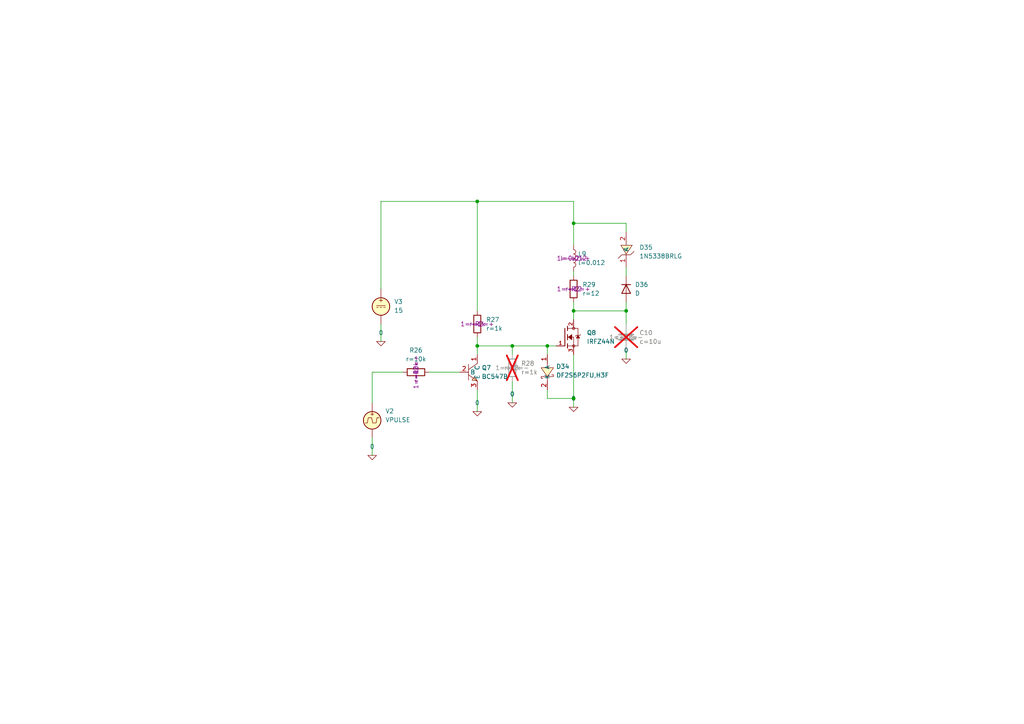
<source format=kicad_sch>
(kicad_sch (version 20250114) (generator "eeschema") (generator_version "9.0")
  (paper "A4")
  (lib_symbols
    (symbol "Device:C" (pin_numbers (hide yes)) (pin_names (offset 0.254))
      (property "Reference" "C" (at 0.635 2.54 0))
      (property "Value" "C" (at 0.635 -2.54 0))
      (symbol "C_0_1"
        (polyline (pts (xy -2.032 0.762) (xy 2.032 0.762)) (stroke (width 0.508)))
        (polyline (pts (xy -2.032 -0.762) (xy 2.032 -0.762)) (stroke (width 0.508)))
      )
      (symbol "C_1_1"
        (pin passive line (at 0 3.81 270) (length 2.794) (name "~") (number "1"))
        (pin passive line (at 0 -3.81 90) (length 2.794) (name "~") (number "2"))
      )
    )
    (symbol "Device:D" (pin_numbers (hide yes)) (pin_names (offset 1.016) (hide yes))
      (property "Reference" "D" (at 0 2.54 0))
      (property "Value" "D" (at 0 -2.54 0))
      (symbol "D_0_1"
        (polyline (pts (xy -1.27 1.27) (xy -1.27 -1.27)) (stroke (width 0.254)))
        (polyline (pts (xy 1.27 1.27) (xy 1.27 -1.27) (xy -1.27 0) (xy 1.27 1.27)) (stroke (width 0.254)))
        (polyline (pts (xy 1.27 0) (xy -1.27 0)))
      )
      (symbol "D_1_1"
        (pin passive line (at -3.81 0 0) (length 2.54) (name "K") (number "1"))
        (pin passive line (at 3.81 0 180) (length 2.54) (name "A") (number "2"))
      )
    )
    (symbol "Device:L" (pin_numbers (hide yes)) (pin_names (offset 1.016) (hide yes))
      (property "Reference" "L" (at -1.27 0 90))
      (property "Value" "L" (at 1.905 0 90))
      (symbol "L_0_1"
        (arc (start 0 2.54) (mid 0.6323 1.905) (end 0 1.27))
        (arc (start 0 1.27) (mid 0.6323 0.635) (end 0 0))
        (arc (start 0 0) (mid 0.6323 -0.635) (end 0 -1.27))
        (arc (start 0 -1.27) (mid 0.6323 -1.905) (end 0 -2.54))
      )
      (symbol "L_1_1"
        (pin passive line (at 0 3.81 270) (length 1.27) (name "1") (number "1"))
        (pin passive line (at 0 -3.81 90) (length 1.27) (name "2") (number "2"))
      )
    )
    (symbol "Device:R" (pin_numbers (hide yes)) (pin_names (offset 0))
      (property "Reference" "R" (at 2.032 0 90))
      (property "Value" "R" (at 0 0 90))
      (symbol "R_0_1"
        (rectangle (start -1.016 -2.54) (end 1.016 2.54) (stroke (width 0.254)))
      )
      (symbol "R_1_1"
        (pin passive line (at 0 3.81 270) (length 1.27) (name "~") (number "1"))
        (pin passive line (at 0 -3.81 90) (length 1.27) (name "~") (number "2"))
      )
    )
    (symbol "EasyEDA:1N5338BRLG"
      (property "Reference" "D" (at 0 5.08 0))
      (property "Value" "1N5338BRLG" (at 0 -5.08 0))
      (symbol "1N5338BRLG_0_1"
        (polyline (pts (xy -2.54 2.29) (xy -1.52 1.27) (xy -1.52 -1.27) (xy -0.51 -2.29)))
        (polyline (pts (xy 1.27 1.52) (xy -1.27 0) (xy 1.27 -1.78) (xy 1.27 1.52)) (fill (type background)))
        (pin unspecified line (at -5.08 0 0) (length 3.81) (name "K") (number "1"))
        (pin unspecified line (at 5.08 0 180) (length 3.81) (name "A") (number "2"))
      )
    )
    (symbol "EasyEDA:BC547B"
      (property "Reference" "Q" (at 0 10.16 0))
      (property "Value" "BC547B" (at 0 -10.16 0))
      (symbol "BC547B_0_1"
        (polyline (pts (xy -2.54 2.29) (xy -2.54 -2.29)))
        (polyline (pts (xy -2.54 -0.76) (xy 0 -2.54)))
        (polyline (pts (xy 0 2.54) (xy -2.54 0.76)))
        (polyline (pts (xy 0 -2.54) (xy -0.76 -1.27) (xy -1.52 -2.29) (xy 0 -2.54)) (fill (type background)))
        (pin input line (at -5.08 0 0) (length 2.54) (name "B") (number "2"))
        (pin input line (at 0 5.08 270) (length 2.54) (name "C") (number "1"))
        (pin input line (at 0 -5.08 90) (length 2.54) (name "E") (number "3"))
      )
    )
    (symbol "EasyEDA:DF2S6P2FU,H3F"
      (property "Reference" "D" (at 0 5.08 0))
      (property "Value" "DF2S6P2FU,H3F" (at 0 -5.08 0))
      (symbol "DF2S6P2FU,H3F_0_1"
        (polyline (pts (xy -1.78 1.27) (xy -1.78 1.78) (xy -1.27 1.78) (xy -1.27 -1.78) (xy -0.76 -1.78) (xy -0.76 -1.27)))
        (polyline (pts (xy -1.27 0) (xy -2.54 0)))
        (polyline (pts (xy 1.27 1.78) (xy -1.27 0) (xy 1.27 -1.78) (xy 1.27 1.78)) (fill (type background)))
        (polyline (pts (xy 2.54 0) (xy 1.27 0)))
        (pin unspecified line (at -5.08 0 0) (length 2.54) (name "K") (number "2"))
        (pin unspecified line (at 5.08 0 180) (length 2.54) (name "A") (number "1"))
      )
    )
    (symbol "Simulation_SPICE:0" (power) (pin_numbers (hide yes)) (pin_names (offset 0) (hide yes))
      (property "Value" "0" (at 0 -2.54 0))
      (symbol "0_0_1"
        (polyline (pts (xy -1.27 0) (xy 0 -1.27) (xy 1.27 0) (xy -1.27 0)))
      )
      (symbol "0_1_1"
        (pin power_in line (at 0 0 0) (length 0) (name "~") (number "1"))
      )
    )
    (symbol "Simulation_SPICE:VDC" (pin_numbers (hide yes)) (pin_names (offset 0.0254))
      (property "Reference" "V" (at 2.54 2.54 0))
      (property "Value" "1" (at 2.54 0 0))
      (symbol "VDC_0_0"
        (polyline (pts (xy -1.27 0.254) (xy 1.27 0.254)))
        (polyline (pts (xy -0.762 -0.254) (xy -1.27 -0.254)))
        (polyline (pts (xy 0.254 -0.254) (xy -0.254 -0.254)))
        (polyline (pts (xy 1.27 -0.254) (xy 0.762 -0.254)))
        (text "+" (at 0 1.905 0) (effects (font (size 1.27 1.27))))
      )
      (symbol "VDC_0_1"
        (circle (center 0 0) (radius 2.54) (stroke (width 0.254)) (fill (type background)))
      )
      (symbol "VDC_1_1"
        (pin passive line (at 0 5.08 270) (length 2.54) (name "~") (number "1"))
        (pin passive line (at 0 -5.08 90) (length 2.54) (name "~") (number "2"))
      )
    )
    (symbol "Simulation_SPICE:VPULSE" (pin_numbers (hide yes)) (pin_names (offset 0.0254))
      (property "Reference" "V" (at 2.54 2.54 0))
      (property "Value" "VPULSE" (at 2.54 0 0))
      (property "Sim.Params" "y1=0 y2=1 td=2n tr=2n tf=2n tw=50n per=100n" (at 2.54 -2.54 0))
      (symbol "VPULSE_0_0"
        (polyline (pts (xy -2.032 -0.762) (xy -1.397 -0.762) (xy -1.143 0.762) (xy -0.127 0.762) (xy 0.127 -0.762) (xy 1.143 -0.762) (xy 1.397 0.762) (xy 2.032 0.762)))
        (text "+" (at 0 1.905 0) (effects (font (size 1.27 1.27))))
      )
      (symbol "VPULSE_0_1"
        (circle (center 0 0) (radius 2.54) (stroke (width 0.254)) (fill (type background)))
      )
      (symbol "VPULSE_1_1"
        (pin passive line (at 0 5.08 270) (length 2.54) (name "~") (number "1"))
        (pin passive line (at 0 -5.08 90) (length 2.54) (name "~") (number "2"))
      )
    )
    (symbol "ba_thesis:IRFZ44N" (pin_names (offset 1.016))
      (property "Reference" "Q" (at -8.89 2.54 0))
      (property "Value" "IRFZ44N" (at -8.89 -7.62 0))
      (symbol "IRFZ44N_0_0"
        (polyline (pts (xy 0 2.54) (xy 0 -2.54)) (stroke (width 0.254)))
        (polyline (pts (xy 0.762 3.175) (xy 0.762 2.54)) (stroke (width 0.254)))
        (polyline (pts (xy 0.762 2.54) (xy 0.762 1.905)) (stroke (width 0.254)))
        (polyline (pts (xy 0.762 2.54) (xy 3.81 2.54)) (stroke (width 0.1524)))
        (polyline (pts (xy 0.762 0.762) (xy 0.762 0)) (stroke (width 0.254)))
        (polyline (pts (xy 0.762 0) (xy 0.762 -0.762)) (stroke (width 0.254)))
        (polyline (pts (xy 0.762 0) (xy 2.54 0)) (stroke (width 0.1524)))
        (polyline (pts (xy 0.762 -1.905) (xy 0.762 -2.54)) (stroke (width 0.254)))
        (polyline (pts (xy 0.762 -2.54) (xy 0.762 -3.175)) (stroke (width 0.254)))
        (polyline (pts (xy 1.016 0) (xy 2.032 0.762) (xy 2.032 -0.762) (xy 1.016 0)) (stroke (width 0.1524)) (fill (type outline)))
        (circle (center 2.54 2.54) (radius 0.3592))
        (polyline (pts (xy 2.54 0) (xy 2.54 -2.54)) (stroke (width 0.1524)))
        (polyline (pts (xy 2.54 -2.54) (xy 0.762 -2.54)) (stroke (width 0.1524)))
        (polyline (pts (xy 2.54 -2.54) (xy 3.81 -2.54)) (stroke (width 0.1524)))
        (circle (center 2.54 -2.54) (radius 0.3592))
        (polyline (pts (xy 3.302 0.508) (xy 3.048 0.254)) (stroke (width 0.1524)))
        (polyline (pts (xy 3.81 2.54) (xy 3.81 0.508)) (stroke (width 0.1524)))
        (polyline (pts (xy 3.81 0.508) (xy 3.302 0.508)) (stroke (width 0.1524)))
        (polyline (pts (xy 3.81 0.508) (xy 3.81 -2.54)) (stroke (width 0.1524)))
        (polyline (pts (xy 3.81 0.508) (xy 3.302 -0.254) (xy 4.318 -0.254) (xy 3.81 0.508)) (stroke (width 0.1524)) (fill (type outline)))
        (polyline (pts (xy 4.318 0.508) (xy 3.81 0.508)) (stroke (width 0.1524)))
        (polyline (pts (xy 4.572 0.762) (xy 4.318 0.508)) (stroke (width 0.1524)))
        (pin passive line (at -2.54 -2.54 0) (length 2.54) (name "~") (number "1"))
        (pin passive line (at 2.54 5.08 270) (length 2.54) (name "~") (number "2"))
        (pin passive line (at 2.54 -5.08 90) (length 2.54) (name "~") (number "3"))
      )
    )
  )
  (junction (at 181.61 90.17))
  (junction (at 148.59 100.33))
  (junction (at 166.37 90.17))
  (junction (at 166.37 115.57))
  (junction (at 158.75 100.33))
  (junction (at 138.43 100.33))
  (junction (at 166.37 64.77))
  (junction (at 138.43 58.42))
  (wire (pts (xy 166.37 90.17) (xy 166.37 92.71)))
  (wire (pts (xy 166.37 90.17) (xy 181.61 90.17)))
  (wire (pts (xy 138.43 100.33) (xy 148.59 100.33)))
  (wire (pts (xy 138.43 113.03) (xy 138.43 119.38)))
  (wire (pts (xy 158.75 100.33) (xy 161.29 100.33)))
  (wire (pts (xy 138.43 58.42) (xy 138.43 90.17)))
  (wire (pts (xy 148.59 110.49) (xy 148.59 116.84)))
  (wire (pts (xy 148.59 100.33) (xy 158.75 100.33)))
  (wire (pts (xy 138.43 58.42) (xy 166.37 58.42)))
  (wire (pts (xy 181.61 77.47) (xy 181.61 80.01)))
  (wire (pts (xy 110.49 58.42) (xy 138.43 58.42)))
  (wire (pts (xy 181.61 87.63) (xy 181.61 90.17)))
  (wire (pts (xy 158.75 100.33) (xy 158.75 102.87)))
  (wire (pts (xy 107.95 127) (xy 107.95 132.08)))
  (wire (pts (xy 181.61 64.77) (xy 181.61 67.31)))
  (wire (pts (xy 110.49 58.42) (xy 110.49 83.82)))
  (wire (pts (xy 138.43 97.79) (xy 138.43 100.33)))
  (wire (pts (xy 107.95 116.84) (xy 107.95 107.95)))
  (wire (pts (xy 181.61 101.6) (xy 181.61 104.14)))
  (wire (pts (xy 158.75 115.57) (xy 166.37 115.57)))
  (wire (pts (xy 138.43 100.33) (xy 138.43 102.87)))
  (wire (pts (xy 148.59 100.33) (xy 148.59 102.87)))
  (wire (pts (xy 124.46 107.95) (xy 133.35 107.95)))
  (wire (pts (xy 107.95 107.95) (xy 116.84 107.95)))
  (wire (pts (xy 166.37 87.63) (xy 166.37 90.17)))
  (wire (pts (xy 166.37 78.74) (xy 166.37 80.01)))
  (wire (pts (xy 181.61 64.77) (xy 166.37 64.77)))
  (wire (pts (xy 166.37 115.57) (xy 166.37 118.11)))
  (wire (pts (xy 166.37 64.77) (xy 166.37 71.12)))
  (wire (pts (xy 158.75 113.03) (xy 158.75 115.57)))
  (wire (pts (xy 166.37 58.42) (xy 166.37 64.77)))
  (wire (pts (xy 181.61 90.17) (xy 181.61 93.98)))
  (wire (pts (xy 110.49 93.98) (xy 110.49 99.06)))
  (wire (pts (xy 166.37 102.87) (xy 166.37 115.57)))
  (symbol (lib_id "Device:D") (at 181.61 83.82 270) (unit 1)
    (property "Reference" "D36" (at 184.15 82.5499 90) (effects (justify left)))
    (property "Value" "D" (at 184.15 85.0899 90) (effects (justify left)))
    (property "Description" "Diode" (effects (hide yes)))
    (property "Sim.Device" "D" (effects (hide yes)))
    (property "Sim.Pins" "1=K 2=A" (effects (hide yes)))
  )
  (symbol (lib_id "Device:L") (at 166.37 74.93 0) (unit 1)
    (property "Reference" "L9" (at 167.64 73.6599 0) (effects (justify left)))
    (property "Value" "${SIM.PARAMS}" (at 167.64 76.1999 0) (effects (justify left)))
    (property "Description" "Inductor" (effects (hide yes)))
    (property "Sim.Device" "L" (at 166.37 74.93 0))
    (property "Sim.Type" "=" (at 166.37 74.93 0))
    (property "Sim.Params" "l=0.012" (at 166.37 74.93 0))
    (property "Sim.Pins" "1=- 2=+" (at 166.37 74.93 0))
  )
  (symbol (lib_id "Simulation_SPICE:VPULSE") (at 107.95 121.92 0) (unit 1)
    (property "Reference" "V2" (at 111.76 119.2501 0) (effects (justify left)))
    (property "Value" "VPULSE" (at 111.76 121.7901 0) (effects (justify left)))
    (property "Datasheet" "https://ngspice.sourceforge.io/docs/ngspice-html-manual/manual.xhtml#sec_Independent_Sources_for" (effects (hide yes)))
    (property "Description" "Voltage source, pulse" (effects (hide yes)))
    (property "Sim.Pins" "1=+ 2=-" (effects (hide yes)))
    (property "Sim.Type" "PULSE" (effects (hide yes)))
    (property "Sim.Device" "V" (effects (hide yes)))
    (property "Sim.Params" "y1=0 y2=3.3 td=5m tr=2n tf=2n tw=10m per=20m np=4" (effects (hide yes)))
  )
  (symbol (lib_id "Simulation_SPICE:0") (at 107.95 132.08 0) (unit 1)
    (property "Reference" "#GND03" (effects (hide yes)))
    (property "Value" "0" (at 107.95 129.54 0))
    (property "Datasheet" "https://ngspice.sourceforge.io/docs/ngspice-html-manual/manual.xhtml#subsec_Circuit_elements__device" (effects (hide yes)))
    (property "Description" "0V reference potential for simulation" (effects (hide yes)))
  )
  (symbol (lib_id "Simulation_SPICE:0") (at 138.43 119.38 0) (unit 1)
    (property "Reference" "#GND05" (effects (hide yes)))
    (property "Value" "0" (at 138.43 116.84 0))
    (property "Datasheet" "https://ngspice.sourceforge.io/docs/ngspice-html-manual/manual.xhtml#subsec_Circuit_elements__device" (effects (hide yes)))
    (property "Description" "0V reference potential for simulation" (effects (hide yes)))
  )
  (symbol (lib_id "EasyEDA:BC547B") (at 138.43 107.95 0) (unit 1)
    (property "Reference" "Q7" (at 139.7 106.6799 0) (effects (justify left)))
    (property "Value" "BC547B" (at 139.7 109.2199 0) (effects (justify left)))
    (property "Footprint" "EasyEDA:TO-92-3_L4.9-W3.7-P1.27-L" (effects (hide yes)))
    (property "Datasheet" "https://lcsc.com/product-detail/Transistors-NPN-PNP_LGE-BC547B_C713613.html" (effects (hide yes)))
    (property "LCSC Part" "C713613" (effects (hide yes)))
    (property "Sim.Library" "sim_lib\\BC547B.LIB" (effects (hide yes)))
    (property "Sim.Name" "Qbc547b" (effects (hide yes)))
    (property "Sim.Device" "NPN" (effects (hide yes)))
    (property "Sim.Type" "GUMMELPOON" (effects (hide yes)))
    (property "Sim.Pins" "1=C 2=B 3=E" (effects (hide yes)))
  )
  (symbol (lib_id "Device:R") (at 120.65 107.95 90) (unit 1)
    (property "Reference" "R26" (at 120.65 101.6 90))
    (property "Value" "${SIM.PARAMS}" (at 120.65 104.14 90))
    (property "Description" "Resistor" (effects (hide yes)))
    (property "Sim.Device" "R" (at 120.65 107.95 0))
    (property "Sim.Type" "=" (at 120.65 107.95 0))
    (property "Sim.Params" "r=10k" (at 120.65 107.95 0))
    (property "Sim.Pins" "1=- 2=+" (at 120.65 107.95 0))
  )
  (symbol (lib_id "EasyEDA:1N5338BRLG") (at 181.61 72.39 90) (unit 1)
    (property "Reference" "D35" (at 185.42 71.7549 90) (effects (justify right)))
    (property "Value" "1N5338BRLG" (at 185.42 74.2949 90) (effects (justify right)))
    (property "Footprint" "EasyEDA:DO-27_BD5.2-L8.9-P12.90-D1.5-RD" (effects (hide yes)))
    (property "Datasheet" "https://lcsc.com/product-detail/Zener-Diodes_ON_1N5338B_1N5338B_C5307.html" (effects (hide yes)))
    (property "LCSC Part" "C5307" (effects (hide yes)))
    (property "Sim.Library" "sim_lib\\1n5913.lib" (effects (hide yes)))
    (property "Sim.Name" "d1n5913brl" (effects (hide yes)))
    (property "Sim.Device" "SUBCKT" (effects (hide yes)))
    (property "Sim.Pins" "1=2 2=1" (effects (hide yes)))
  )
  (symbol (lib_id "Simulation_SPICE:0") (at 148.59 116.84 0) (unit 1)
    (property "Reference" "#GND06" (effects (hide yes)))
    (property "Value" "0" (at 148.59 114.3 0))
    (property "Datasheet" "https://ngspice.sourceforge.io/docs/ngspice-html-manual/manual.xhtml#subsec_Circuit_elements__device" (effects (hide yes)))
    (property "Description" "0V reference potential for simulation" (effects (hide yes)))
  )
  (symbol (lib_id "Simulation_SPICE:0") (at 110.49 99.06 0) (unit 1)
    (property "Reference" "#GND04" (effects (hide yes)))
    (property "Value" "0" (at 110.49 96.52 0))
    (property "Datasheet" "https://ngspice.sourceforge.io/docs/ngspice-html-manual/manual.xhtml#subsec_Circuit_elements__device" (effects (hide yes)))
    (property "Description" "0V reference potential for simulation" (effects (hide yes)))
  )
  (symbol (lib_id "Device:R") (at 166.37 83.82 0) (unit 1)
    (property "Reference" "R29" (at 168.91 82.5499 0) (effects (justify left)))
    (property "Value" "${SIM.PARAMS}" (at 168.91 85.0899 0) (effects (justify left)))
    (property "Description" "Resistor" (effects (hide yes)))
    (property "Sim.Device" "R" (at 166.37 83.82 0))
    (property "Sim.Type" "=" (at 166.37 83.82 0))
    (property "Sim.Params" "r=12" (at 166.37 83.82 0))
    (property "Sim.Pins" "1=- 2=+" (at 166.37 83.82 0))
  )
  (symbol (lib_id "Device:C") (at 181.61 97.79 0) (unit 1) (dnp yes)
    (property "Reference" "C10" (at 185.42 96.5199 0) (effects (justify left)))
    (property "Value" "${SIM.PARAMS}" (at 185.42 99.0599 0) (effects (justify left)))
    (property "Description" "Unpolarized capacitor" (effects (hide yes)))
    (property "Sim.Device" "C" (at 181.61 97.79 0))
    (property "Sim.Type" "=" (at 181.61 97.79 0))
    (property "Sim.Params" "c=10u" (at 181.61 97.79 0))
    (property "Sim.Pins" "1=+ 2=-" (at 181.61 97.79 0))
  )
  (symbol (lib_id "ba_thesis:IRFZ44N") (at 163.83 97.79 0) (unit 1)
    (property "Reference" "Q8" (at 170.18 96.5199 0) (effects (justify left)))
    (property "Value" "IRFZ44N" (at 170.18 99.0599 0) (effects (justify left)))
    (property "Footprint" "IRFZ44N:TO254P1016X419X2286-3" (effects (hide yes)))
    (property "MF" "Infineon Technologies" (effects (hide yes)))
    (property "MAXIMUM_PACKAGE_HEIGHT" "22.86 mm" (effects (hide yes)))
    (property "Package" "TO-220-3 Infineon" (effects (hide yes)))
    (property "Price" "None" (effects (hide yes)))
    (property "Check_prices" "https://www.snapeda.com/parts/IRFZ44N/Infineon/view-part/?ref=eda" (effects (hide yes)))
    (property "STANDARD" "IPC 7351B" (effects (hide yes)))
    (property "PARTREV" "09/21/10" (effects (hide yes)))
    (property "SnapEDA_Link" "https://www.snapeda.com/parts/IRFZ44N/Infineon/view-part/?ref=snap" (effects (hide yes)))
    (property "MP" "IRFZ44N" (effects (hide yes)))
    (property "Description_1" "\n                        \n                            N-Channel 55 V 49A (Tc) 94W (Tc) Through Hole TO-220AB\n                        \n" (effects (hide yes)))
    (property "SNAPEDA_PN" "IRFZ44N" (effects (hide yes)))
    (property "Availability" "In Stock" (effects (hide yes)))
    (property "MANUFACTURER" "Infineon" (effects (hide yes)))
    (property "Sim.Library" "sim_lib\\irfz44n.lib" (effects (hide yes)))
    (property "Sim.Name" "irfz44n" (effects (hide yes)))
    (property "Sim.Device" "SUBCKT" (effects (hide yes)))
    (property "Sim.Pins" "1=2 2=1 3=3" (effects (hide yes)))
  )
  (symbol (lib_id "Simulation_SPICE:0") (at 181.61 104.14 0) (unit 1)
    (property "Reference" "#GND08" (effects (hide yes)))
    (property "Value" "0" (at 181.61 101.6 0))
    (property "Datasheet" "https://ngspice.sourceforge.io/docs/ngspice-html-manual/manual.xhtml#subsec_Circuit_elements__device" (effects (hide yes)))
    (property "Description" "0V reference potential for simulation" (effects (hide yes)))
  )
  (symbol (lib_id "Simulation_SPICE:VDC") (at 110.49 88.9 0) (unit 1)
    (property "Reference" "V3" (at 114.3 87.5001 0) (effects (justify left)))
    (property "Value" "15" (at 114.3 90.0401 0) (effects (justify left)))
    (property "Datasheet" "https://ngspice.sourceforge.io/docs/ngspice-html-manual/manual.xhtml#sec_Independent_Sources_for" (effects (hide yes)))
    (property "Description" "Voltage source, DC" (effects (hide yes)))
    (property "Sim.Pins" "1=+ 2=-" (effects (hide yes)))
    (property "Sim.Type" "DC" (effects (hide yes)))
    (property "Sim.Device" "V" (effects (hide yes)))
  )
  (symbol (lib_id "Device:R") (at 148.59 106.68 0) (unit 1) (dnp yes)
    (property "Reference" "R28" (at 151.13 105.4099 0) (effects (justify left)))
    (property "Value" "${SIM.PARAMS}" (at 151.13 107.9499 0) (effects (justify left)))
    (property "Description" "Resistor" (effects (hide yes)))
    (property "Sim.Device" "R" (at 148.59 106.68 0))
    (property "Sim.Type" "=" (at 148.59 106.68 0))
    (property "Sim.Params" "r=1k" (at 148.59 106.68 0))
    (property "Sim.Pins" "1=+ 2=-" (at 148.59 106.68 0))
  )
  (symbol (lib_id "Device:R") (at 138.43 93.98 0) (unit 1)
    (property "Reference" "R27" (at 140.97 92.7099 0) (effects (justify left)))
    (property "Value" "${SIM.PARAMS}" (at 140.97 95.2499 0) (effects (justify left)))
    (property "Description" "Resistor" (effects (hide yes)))
    (property "Sim.Device" "R" (at 138.43 93.98 0))
    (property "Sim.Type" "=" (at 138.43 93.98 0))
    (property "Sim.Params" "r=1k" (at 138.43 93.98 0))
    (property "Sim.Pins" "1=- 2=+" (at 138.43 93.98 0))
  )
  (symbol (lib_id "Simulation_SPICE:0") (at 166.37 118.11 0) (unit 1)
    (property "Reference" "#GND07" (effects (hide yes)))
    (property "Value" "0" (at 166.37 115.57 0))
    (property "Datasheet" "https://ngspice.sourceforge.io/docs/ngspice-html-manual/manual.xhtml#subsec_Circuit_elements__device" (effects (hide yes)))
    (property "Description" "0V reference potential for simulation" (effects (hide yes)))
  )
  (symbol (lib_id "EasyEDA:DF2S6P2FU,H3F") (at 158.75 107.95 90) (unit 1)
    (property "Reference" "D34" (at 161.29 106.2999 90) (effects (justify right)))
    (property "Value" "DF2S6P2FU,H3F" (at 161.29 108.8399 90) (effects (justify right)))
    (property "Footprint" "EasyEDA:DO-201_BD5.3-L9.5-P13.50-D1.4-FD" (effects (hide yes)))
    (property "Datasheet" "https://lcsc.com/product-detail/TVS_STMicroelectronics_1-5KE18A_1-5KE18A_C132974.html" (effects (hide yes)))
    (property "LCSC Part" "C132974" (effects (hide yes)))
    (property "Sim.Library" "sim_lib\\15ke18a.lib" (effects (hide yes)))
    (property "Sim.Name" "t15ke18" (effects (hide yes)))
    (property "Sim.Device" "SUBCKT" (effects (hide yes)))
    (property "Sim.Pins" "1=9 2=2" (effects (hide yes)))
  )
)
</source>
